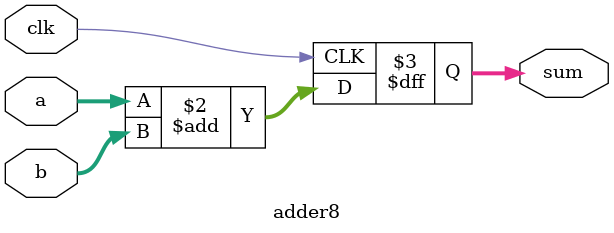
<source format=v>
module adder8(a, b, clk, sum);
    input [7:0] a, b;
    input clk;
    output reg [7:0] sum;
  
  	always @(posedge clk) begin
        	sum <= a + b;
    end
endmodule
</source>
